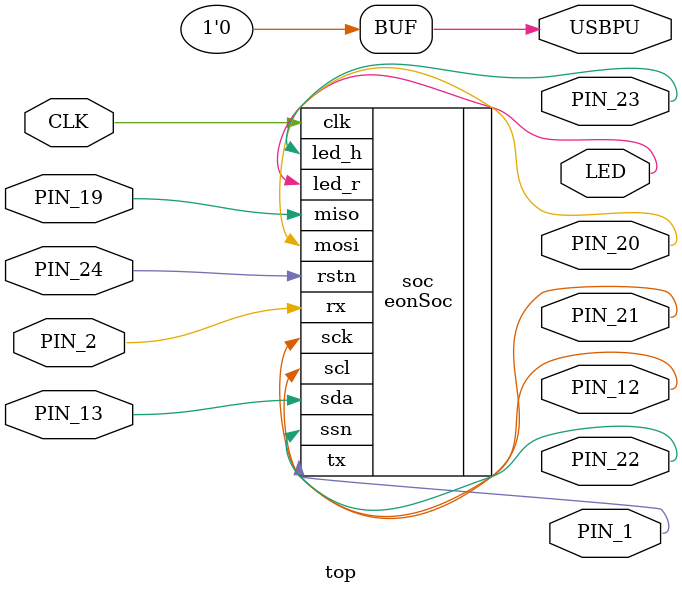
<source format=v>
`include "global.inc"

module top (
  input  CLK,	      // 16MHz clock
  input  PIN_2,       // uart rx
  input  PIN_24,      // reset (active low)
  output USBPU,
  output LED,
  output PIN_23,      // led halt
  output PIN_1,       // uart tx
  output PIN_12,      // i2c SCL
  inout  PIN_13,      // i2c SDA
  output PIN_22,      // spi SS
  output PIN_21,      // spi SCK
  output PIN_20,      // spi MOSI
  input  PIN_19       // spi MISO
);

// Disable USB
assign USBPU = 0;

// instance soc
eonSoc #(
    .WIDTH	 (32),
    .EEPROM_PAGE (16),
    .UART_DIV	 (139)	   // 16Mhz / 115200
  ) soc (
    .clk    (CLK),
    .rstn   (PIN_24),
    .led_r  (LED),
    .led_h  (PIN_23),

    .rx     (PIN_2),
    .tx     (PIN_1),

    .scl    (PIN_12),
    .sda    (PIN_13),

    .ssn    (PIN_22),
    .sck    (PIN_21),
    .mosi   (PIN_20),
    .miso   (PIN_19)
  );

endmodule

</source>
